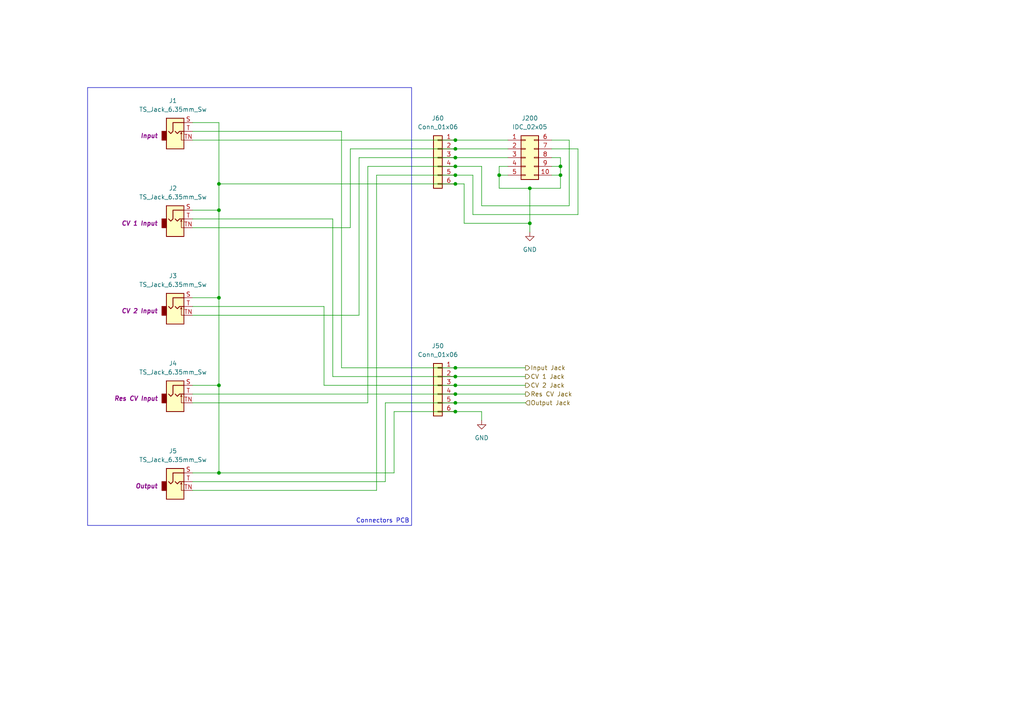
<source format=kicad_sch>
(kicad_sch (version 20231120) (generator "eeschema") (generator_version "8.0")
  (paper "A4")
  (title_block (company "DMH Instruments") (comment 1 "PCB for 10cm Kosmo format synthesizer module"))
  (lib_symbols
    (symbol "Connector_Generic:Conn_01x06" (pin_names (offset 1.016) hide)
      (property "Reference" "J" (at 0 7.62 0))
      (property "Value" "Conn_01x06" (at 0 -10.16 0))
      (symbol "Conn_01x06_1_1"
        (rectangle (start -1.27 -7.493) (end 0 -7.747) (stroke (width 0.1524)))
        (rectangle (start -1.27 -4.953) (end 0 -5.207) (stroke (width 0.1524)))
        (rectangle (start -1.27 -2.413) (end 0 -2.667) (stroke (width 0.1524)))
        (rectangle (start -1.27 0.127) (end 0 -0.127) (stroke (width 0.1524)))
        (rectangle (start -1.27 2.667) (end 0 2.413) (stroke (width 0.1524)))
        (rectangle (start -1.27 5.207) (end 0 4.953) (stroke (width 0.1524)))
        (rectangle (start -1.27 6.35) (end 1.27 -8.89) (stroke (width 0.254)) (fill (type background)))
        (pin passive line (at -5.08 5.08 0) (length 3.81) (name "Pin_1") (number "1"))
        (pin passive line (at -5.08 2.54 0) (length 3.81) (name "Pin_2") (number "2"))
        (pin passive line (at -5.08 0 0) (length 3.81) (name "Pin_3") (number "3"))
        (pin passive line (at -5.08 -2.54 0) (length 3.81) (name "Pin_4") (number "4"))
        (pin passive line (at -5.08 -5.08 0) (length 3.81) (name "Pin_5") (number "5"))
        (pin passive line (at -5.08 -7.62 0) (length 3.81) (name "Pin_6") (number "6"))
      )
    )
    (symbol "SynthStuff:BackBone_Connector_10Pin" (pin_names (offset 1.016) hide)
      (property "Reference" "J" (at 0 -10.922 0))
      (property "Value" "IDC_02x05" (at 0 -8.382 0))
      (symbol "BackBone_Connector_10Pin_1_1"
        (rectangle (start -2.54 -4.953) (end -1.27 -5.207) (stroke (width 0.1524)))
        (rectangle (start -2.54 -2.413) (end -1.27 -2.667) (stroke (width 0.1524)))
        (rectangle (start -2.54 0.127) (end -1.27 -0.127) (stroke (width 0.1524)))
        (rectangle (start -2.54 2.667) (end -1.27 2.413) (stroke (width 0.1524)))
        (rectangle (start -2.54 5.207) (end -1.27 4.953) (stroke (width 0.1524)))
        (rectangle (start -2.54 6.35) (end 2.54 -6.35) (stroke (width 0.254)) (fill (type background)))
        (rectangle (start 2.54 -4.953) (end 1.27 -5.207) (stroke (width 0.1524)))
        (rectangle (start 2.54 -2.413) (end 1.27 -2.667) (stroke (width 0.1524)))
        (rectangle (start 2.54 0.127) (end 1.27 -0.127) (stroke (width 0.1524)))
        (rectangle (start 2.54 2.667) (end 1.27 2.413) (stroke (width 0.1524)))
        (rectangle (start 2.54 5.207) (end 1.27 4.953) (stroke (width 0.1524)))
        (pin passive line (at -6.35 5.08 0) (length 3.81) (name "Pin_1") (number "1"))
        (pin passive line (at 6.35 -5.08 180) (length 3.81) (name "Pin_10") (number "10"))
        (pin passive line (at -6.35 2.54 0) (length 3.81) (name "Pin_2") (number "2"))
        (pin passive line (at -6.35 0 0) (length 3.81) (name "Pin_3") (number "3"))
        (pin passive line (at -6.35 -2.54 0) (length 3.81) (name "Pin_4") (number "4"))
        (pin passive line (at -6.35 -5.08 0) (length 3.81) (name "Pin_5") (number "5"))
        (pin passive line (at 6.35 5.08 180) (length 3.81) (name "Pin_6") (number "6"))
        (pin passive line (at 6.35 2.54 180) (length 3.81) (name "Pin_7") (number "7"))
        (pin passive line (at 6.35 0 180) (length 3.81) (name "Pin_8") (number "8"))
        (pin passive line (at 6.35 -2.54 180) (length 3.81) (name "Pin_9") (number "9"))
      )
    )
    (symbol "SynthStuff:TS_Jack_6.35mm_Sw"
      (property "Reference" "J" (at -0.635 8.89 0))
      (property "Value" "TS_Jack_6.35mm_Sw" (at -0.635 6.35 0))
      (symbol "TS_Jack_6.35mm_Sw_0_1"
        (rectangle (start -2.54 0) (end -3.81 -2.54) (stroke (width 0.254)) (fill (type outline)))
        (polyline (pts (xy 1.778 -0.254) (xy 2.032 -0.762)))
        (polyline (pts (xy 0 0) (xy 0.635 -0.635) (xy 1.27 0) (xy 2.54 0)) (stroke (width 0.254)))
        (polyline (pts (xy 2.54 -2.54) (xy 1.778 -2.54) (xy 1.778 -0.254) (xy 1.524 -0.762)))
        (polyline (pts (xy 2.54 2.54) (xy -0.635 2.54) (xy -0.635 0) (xy -1.27 -0.635) (xy -1.905 0)) (stroke (width 0.254)))
        (rectangle (start 2.54 3.81) (end -2.54 -5.08) (stroke (width 0.254)) (fill (type background)))
      )
      (symbol "TS_Jack_6.35mm_Sw_1_1"
        (pin passive line (at 5.08 2.54 180) (length 2.54) (name "~") (number "S"))
        (pin passive line (at 5.08 0 180) (length 2.54) (name "~") (number "T"))
        (pin passive line (at 5.08 -2.54 180) (length 2.54) (name "~") (number "TN"))
      )
    )
    (symbol "power:GND" (power) (pin_numbers hide) (pin_names (offset 0) hide)
      (property "Value" "GND" (at 0 -3.81 0))
      (symbol "GND_0_1"
        (polyline (pts (xy 0 0) (xy 0 -1.27) (xy 1.27 -1.27) (xy 0 -2.54) (xy -1.27 -1.27) (xy 0 -1.27)))
      )
      (symbol "GND_1_1"
        (pin power_in line (at 0 0 270) (length 0) (name "~") (number "1"))
      )
    )
  )
  (junction (at 132.08 43.18))
  (junction (at 132.08 48.26))
  (junction (at 162.56 48.26))
  (junction (at 132.08 106.68))
  (junction (at 132.08 114.3))
  (junction (at 132.08 119.38))
  (junction (at 63.5 86.36))
  (junction (at 63.5 53.34))
  (junction (at 132.08 53.34))
  (junction (at 144.78 50.8))
  (junction (at 153.67 64.77))
  (junction (at 132.08 111.76))
  (junction (at 132.08 50.8))
  (junction (at 132.08 40.64))
  (junction (at 63.5 111.76))
  (junction (at 132.08 45.72))
  (junction (at 153.67 54.61))
  (junction (at 132.08 116.84))
  (junction (at 132.08 109.22))
  (junction (at 162.56 50.8))
  (junction (at 63.5 60.96))
  (junction (at 63.5 137.16))
  (wire (pts (xy 63.5 137.16) (xy 114.3 137.16)))
  (wire (pts (xy 132.08 53.34) (xy 134.62 53.34)))
  (wire (pts (xy 165.1 59.69) (xy 165.1 40.64)))
  (wire (pts (xy 63.5 60.96) (xy 63.5 86.36)))
  (wire (pts (xy 63.5 111.76) (xy 63.5 137.16)))
  (wire (pts (xy 55.88 137.16) (xy 63.5 137.16)))
  (wire (pts (xy 101.6 43.18) (xy 101.6 66.04)))
  (wire (pts (xy 99.06 38.1) (xy 99.06 106.68)))
  (wire (pts (xy 167.64 43.18) (xy 167.64 62.23)))
  (wire (pts (xy 144.78 54.61) (xy 153.67 54.61)))
  (wire (pts (xy 167.64 62.23) (xy 137.16 62.23)))
  (wire (pts (xy 55.88 88.9) (xy 93.98 88.9)))
  (wire (pts (xy 99.06 106.68) (xy 132.08 106.68)))
  (wire (pts (xy 93.98 111.76) (xy 132.08 111.76)))
  (wire (pts (xy 55.88 111.76) (xy 63.5 111.76)))
  (wire (pts (xy 101.6 43.18) (xy 132.08 43.18)))
  (wire (pts (xy 114.3 137.16) (xy 114.3 119.38)))
  (wire (pts (xy 55.88 91.44) (xy 104.14 91.44)))
  (wire (pts (xy 132.08 45.72) (xy 147.32 45.72)))
  (wire (pts (xy 153.67 54.61) (xy 162.56 54.61)))
  (wire (pts (xy 132.08 40.64) (xy 147.32 40.64)))
  (wire (pts (xy 55.88 86.36) (xy 63.5 86.36)))
  (wire (pts (xy 109.22 142.24) (xy 109.22 50.8)))
  (wire (pts (xy 162.56 48.26) (xy 160.02 48.26)))
  (wire (pts (xy 139.7 119.38) (xy 139.7 121.92)))
  (wire (pts (xy 63.5 86.36) (xy 63.5 111.76)))
  (wire (pts (xy 132.08 114.3) (xy 152.4 114.3)))
  (wire (pts (xy 139.7 59.69) (xy 165.1 59.69)))
  (wire (pts (xy 132.08 116.84) (xy 152.4 116.84)))
  (wire (pts (xy 139.7 59.69) (xy 139.7 48.26)))
  (wire (pts (xy 165.1 40.64) (xy 160.02 40.64)))
  (wire (pts (xy 132.08 111.76) (xy 152.4 111.76)))
  (wire (pts (xy 104.14 45.72) (xy 132.08 45.72)))
  (wire (pts (xy 162.56 50.8) (xy 162.56 48.26)))
  (wire (pts (xy 106.68 116.84) (xy 106.68 48.26)))
  (wire (pts (xy 96.52 109.22) (xy 132.08 109.22)))
  (wire (pts (xy 55.88 40.64) (xy 132.08 40.64)))
  (wire (pts (xy 132.08 119.38) (xy 139.7 119.38)))
  (wire (pts (xy 160.02 50.8) (xy 162.56 50.8)))
  (wire (pts (xy 55.88 114.3) (xy 132.08 114.3)))
  (wire (pts (xy 134.62 64.77) (xy 153.67 64.77)))
  (wire (pts (xy 96.52 63.5) (xy 96.52 109.22)))
  (wire (pts (xy 132.08 43.18) (xy 147.32 43.18)))
  (wire (pts (xy 162.56 54.61) (xy 162.56 50.8)))
  (wire (pts (xy 160.02 45.72) (xy 162.56 45.72)))
  (wire (pts (xy 111.76 139.7) (xy 111.76 116.84)))
  (wire (pts (xy 111.76 116.84) (xy 132.08 116.84)))
  (wire (pts (xy 55.88 139.7) (xy 111.76 139.7)))
  (wire (pts (xy 63.5 53.34) (xy 132.08 53.34)))
  (wire (pts (xy 153.67 54.61) (xy 153.67 64.77)))
  (wire (pts (xy 144.78 54.61) (xy 144.78 50.8)))
  (wire (pts (xy 63.5 35.56) (xy 63.5 53.34)))
  (wire (pts (xy 132.08 106.68) (xy 152.4 106.68)))
  (wire (pts (xy 55.88 60.96) (xy 63.5 60.96)))
  (wire (pts (xy 137.16 62.23) (xy 137.16 50.8)))
  (wire (pts (xy 137.16 50.8) (xy 132.08 50.8)))
  (wire (pts (xy 162.56 45.72) (xy 162.56 48.26)))
  (wire (pts (xy 147.32 48.26) (xy 144.78 48.26)))
  (wire (pts (xy 144.78 48.26) (xy 144.78 50.8)))
  (wire (pts (xy 153.67 64.77) (xy 153.67 67.31)))
  (wire (pts (xy 160.02 43.18) (xy 167.64 43.18)))
  (wire (pts (xy 55.88 116.84) (xy 106.68 116.84)))
  (wire (pts (xy 55.88 38.1) (xy 99.06 38.1)))
  (wire (pts (xy 114.3 119.38) (xy 132.08 119.38)))
  (wire (pts (xy 106.68 48.26) (xy 132.08 48.26)))
  (wire (pts (xy 104.14 91.44) (xy 104.14 45.72)))
  (wire (pts (xy 109.22 50.8) (xy 132.08 50.8)))
  (wire (pts (xy 144.78 50.8) (xy 147.32 50.8)))
  (wire (pts (xy 93.98 88.9) (xy 93.98 111.76)))
  (wire (pts (xy 55.88 63.5) (xy 96.52 63.5)))
  (wire (pts (xy 134.62 53.34) (xy 134.62 64.77)))
  (wire (pts (xy 55.88 142.24) (xy 109.22 142.24)))
  (wire (pts (xy 132.08 109.22) (xy 152.4 109.22)))
  (wire (pts (xy 63.5 53.34) (xy 63.5 60.96)))
  (wire (pts (xy 132.08 48.26) (xy 139.7 48.26)))
  (wire (pts (xy 55.88 66.04) (xy 101.6 66.04)))
  (wire (pts (xy 55.88 35.56) (xy 63.5 35.56)))
  (rectangle (start 25.4 25.4) (end 119.38 152.4))
  (text "Connectors PCB" (at 110.998 151.13 0) (effects (font (size 1.27 1.27))))
  (hierarchical_label "CV 2 Jack" (shape output) (at 152.4 111.76 0))
  (hierarchical_label "Output Jack" (shape input) (at 152.4 116.84 0))
  (hierarchical_label "Res CV Jack" (shape output) (at 152.4 114.3 0))
  (hierarchical_label "Input Jack" (shape output) (at 152.4 106.68 0))
  (hierarchical_label "CV 1 Jack" (shape output) (at 152.4 109.22 0))
  (symbol (lib_id "Connector_Generic:Conn_01x06") (at 127 45.72 0) (mirror y) (unit 1)
    (property "Reference" "J60" (at 127 34.29 0))
    (property "Value" "Conn_01x06" (at 127 36.83 0))
    (property "Footprint" "Connector_PinSocket_2.54mm:PinSocket_1x06_P2.54mm_Vertical" (effects (hide yes)))
    (property "Description" "Generic connector, single row, 01x06, script generated (kicad-library-utils/schlib/autogen/connector/)" (effects (hide yes)))
  )
  (symbol (lib_id "SynthStuff:TS_Jack_6.35mm_Sw") (at 50.8 38.1 0) (unit 1) (on_board no)
    (property "Reference" "J1" (at 50.165 29.21 0))
    (property "Value" "TS_Jack_6.35mm_Sw" (at 50.165 31.75 0))
    (property "Footprint" "SynthStuff:CUI_MJ-63052A" (effects (hide yes)))
    (property "Description" "Audio Jack, 2 Poles (Mono / TS), Switched T Pole (Normalling), 6.35mm, 1/4inch" (effects (hide yes)))
    (property "Function" "Input" (at 43.18 39.37 0) (effects (font (thickness 0.254) (bold yes) (italic yes))))
  )
  (symbol (lib_id "SynthStuff:TS_Jack_6.35mm_Sw") (at 50.8 139.7 0) (unit 1) (on_board no)
    (property "Reference" "J5" (at 50.165 130.81 0))
    (property "Value" "TS_Jack_6.35mm_Sw" (at 50.165 133.35 0))
    (property "Footprint" "SynthStuff:CUI_MJ-63052A" (effects (hide yes)))
    (property "Description" "Audio Jack, 2 Poles (Mono / TS), Switched T Pole (Normalling), 6.35mm, 1/4inch" (effects (hide yes)))
    (property "Function" "Output" (at 42.418 140.97 0) (effects (font (thickness 0.254) (bold yes) (italic yes))))
  )
  (symbol (lib_id "Connector_Generic:Conn_01x06") (at 127 111.76 0) (mirror y) (unit 1)
    (property "Reference" "J50" (at 127 100.33 0))
    (property "Value" "Conn_01x06" (at 127 102.87 0))
    (property "Footprint" "Connector_PinSocket_2.54mm:PinSocket_1x06_P2.54mm_Vertical" (effects (hide yes)))
    (property "Description" "Generic connector, single row, 01x06, script generated (kicad-library-utils/schlib/autogen/connector/)" (effects (hide yes)))
  )
  (symbol (lib_id "SynthStuff:TS_Jack_6.35mm_Sw") (at 50.8 63.5 0) (unit 1) (on_board no)
    (property "Reference" "J2" (at 50.165 54.61 0))
    (property "Value" "TS_Jack_6.35mm_Sw" (at 50.165 57.15 0))
    (property "Footprint" "SynthStuff:CUI_MJ-63052A" (effects (hide yes)))
    (property "Description" "Audio Jack, 2 Poles (Mono / TS), Switched T Pole (Normalling), 6.35mm, 1/4inch" (effects (hide yes)))
    (property "Function" "CV 1 Input" (at 40.386 64.77 0) (effects (font (thickness 0.254) (bold yes) (italic yes))))
  )
  (symbol (lib_id "power:GND") (at 153.67 67.31 0) (unit 1)
    (property "Reference" "#PWR06" (effects (hide yes)))
    (property "Value" "GND" (at 153.67 72.39 0))
    (property "Description" "Power symbol creates a global label with name \"GND\" , ground" (effects (hide yes)))
  )
  (symbol (lib_id "SynthStuff:BackBone_Connector_10Pin") (at 153.67 45.72 0) (unit 1)
    (property "Reference" "J200" (at 153.67 34.29 0))
    (property "Value" "IDC_02x05" (at 153.67 36.83 0))
    (property "Footprint" "SynthStuff:IDC-Header_2x05_P2.54mm_Vertical_BackBone" (effects (hide yes)))
    (property "Description" "IDC jack, 2x5 pins, row a carries same signals as row b." (effects (hide yes)))
  )
  (symbol (lib_id "power:GND") (at 139.7 121.92 0) (unit 1)
    (property "Reference" "#PWR05" (effects (hide yes)))
    (property "Value" "GND" (at 139.7 127 0))
    (property "Description" "Power symbol creates a global label with name \"GND\" , ground" (effects (hide yes)))
  )
  (symbol (lib_id "SynthStuff:TS_Jack_6.35mm_Sw") (at 50.8 114.3 0) (unit 1) (on_board no)
    (property "Reference" "J4" (at 50.165 105.41 0))
    (property "Value" "TS_Jack_6.35mm_Sw" (at 50.165 107.95 0))
    (property "Footprint" "SynthStuff:CUI_MJ-63052A" (effects (hide yes)))
    (property "Description" "Audio Jack, 2 Poles (Mono / TS), Switched T Pole (Normalling), 6.35mm, 1/4inch" (effects (hide yes)))
    (property "Function" "Res CV Input" (at 39.37 115.57 0) (effects (font (thickness 0.254) (bold yes) (italic yes))))
  )
  (symbol (lib_id "SynthStuff:TS_Jack_6.35mm_Sw") (at 50.8 88.9 0) (unit 1) (on_board no)
    (property "Reference" "J3" (at 50.165 80.01 0))
    (property "Value" "TS_Jack_6.35mm_Sw" (at 50.165 82.55 0))
    (property "Footprint" "SynthStuff:CUI_MJ-63052A" (effects (hide yes)))
    (property "Description" "Audio Jack, 2 Poles (Mono / TS), Switched T Pole (Normalling), 6.35mm, 1/4inch" (effects (hide yes)))
    (property "Function" "CV 2 Input" (at 40.386 90.17 0) (effects (font (thickness 0.254) (bold yes) (italic yes))))
  )
)
</source>
